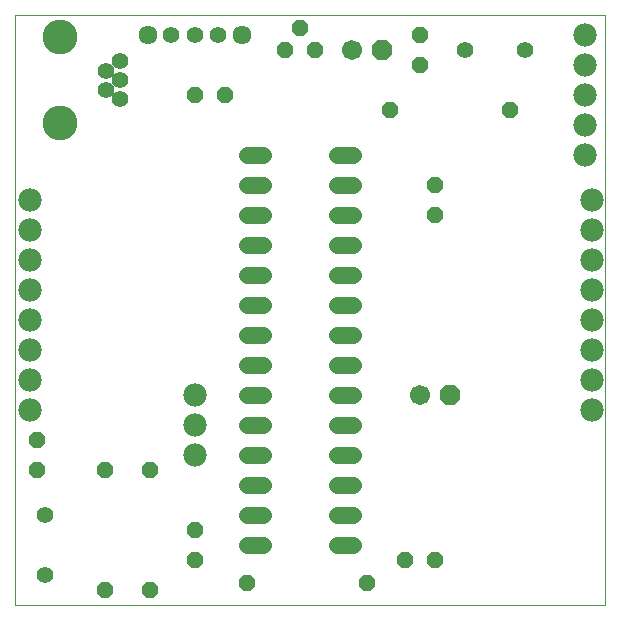
<source format=gbs>
G75*
%MOIN*%
%OFA0B0*%
%FSLAX25Y25*%
%IPPOS*%
%LPD*%
%AMOC8*
5,1,8,0,0,1.08239X$1,22.5*
%
%ADD10C,0.00000*%
%ADD11OC8,0.05600*%
%ADD12C,0.06700*%
%ADD13OC8,0.06700*%
%ADD14C,0.05550*%
%ADD15C,0.11620*%
%ADD16C,0.07800*%
%ADD17C,0.05600*%
%ADD18C,0.06337*%
D10*
X0003000Y0001800D02*
X0003000Y0198650D01*
X0199850Y0198650D01*
X0199850Y0001800D01*
X0003000Y0001800D01*
D11*
X0033000Y0006800D03*
X0048000Y0006800D03*
X0063000Y0016800D03*
X0063000Y0026800D03*
X0080500Y0009300D03*
X0048000Y0046800D03*
X0033000Y0046800D03*
X0010500Y0046800D03*
X0010500Y0056800D03*
X0120500Y0009300D03*
X0133000Y0016800D03*
X0143000Y0016800D03*
X0143000Y0131800D03*
X0143000Y0141800D03*
X0128000Y0166800D03*
X0138000Y0181800D03*
X0138000Y0191800D03*
X0168000Y0166800D03*
X0103000Y0186800D03*
X0098000Y0194300D03*
X0093000Y0186800D03*
X0073000Y0171800D03*
X0063000Y0171800D03*
D12*
X0115500Y0186800D03*
X0138000Y0071800D03*
D13*
X0148000Y0071800D03*
X0125500Y0186800D03*
D14*
X0153000Y0186800D03*
X0173000Y0186800D03*
X0070874Y0191800D03*
X0063000Y0191800D03*
X0055126Y0191800D03*
X0038079Y0183099D03*
X0033354Y0179950D03*
X0038079Y0176800D03*
X0033354Y0173650D03*
X0038079Y0170501D03*
X0013000Y0031800D03*
X0013000Y0011800D03*
D15*
X0018000Y0162430D03*
X0018000Y0191170D03*
D16*
X0008000Y0136800D03*
X0008000Y0126800D03*
X0008000Y0116800D03*
X0008000Y0106800D03*
X0008000Y0096800D03*
X0008000Y0086800D03*
X0008000Y0076800D03*
X0008000Y0066800D03*
X0063000Y0061800D03*
X0063000Y0051800D03*
X0063000Y0071800D03*
X0193000Y0151800D03*
X0193000Y0161800D03*
X0193000Y0171800D03*
X0193000Y0181800D03*
X0193000Y0191800D03*
X0195500Y0136800D03*
X0195500Y0126800D03*
X0195500Y0116800D03*
X0195500Y0106800D03*
X0195500Y0096800D03*
X0195500Y0086800D03*
X0195500Y0076800D03*
X0195500Y0066800D03*
D17*
X0115600Y0061800D02*
X0110400Y0061800D01*
X0110400Y0051800D02*
X0115600Y0051800D01*
X0115600Y0041800D02*
X0110400Y0041800D01*
X0110400Y0031800D02*
X0115600Y0031800D01*
X0115600Y0021800D02*
X0110400Y0021800D01*
X0085600Y0021800D02*
X0080400Y0021800D01*
X0080400Y0031800D02*
X0085600Y0031800D01*
X0085600Y0041800D02*
X0080400Y0041800D01*
X0080400Y0051800D02*
X0085600Y0051800D01*
X0085600Y0061800D02*
X0080400Y0061800D01*
X0080400Y0071800D02*
X0085600Y0071800D01*
X0085600Y0081800D02*
X0080400Y0081800D01*
X0080400Y0091800D02*
X0085600Y0091800D01*
X0085600Y0101800D02*
X0080400Y0101800D01*
X0080400Y0111800D02*
X0085600Y0111800D01*
X0085600Y0121800D02*
X0080400Y0121800D01*
X0080400Y0131800D02*
X0085600Y0131800D01*
X0085600Y0141800D02*
X0080400Y0141800D01*
X0080400Y0151800D02*
X0085600Y0151800D01*
X0110400Y0151800D02*
X0115600Y0151800D01*
X0115600Y0141800D02*
X0110400Y0141800D01*
X0110400Y0131800D02*
X0115600Y0131800D01*
X0115600Y0121800D02*
X0110400Y0121800D01*
X0110400Y0111800D02*
X0115600Y0111800D01*
X0115600Y0101800D02*
X0110400Y0101800D01*
X0110400Y0091800D02*
X0115600Y0091800D01*
X0115600Y0081800D02*
X0110400Y0081800D01*
X0110400Y0071800D02*
X0115600Y0071800D01*
D18*
X0078748Y0191800D03*
X0047252Y0191800D03*
M02*

</source>
